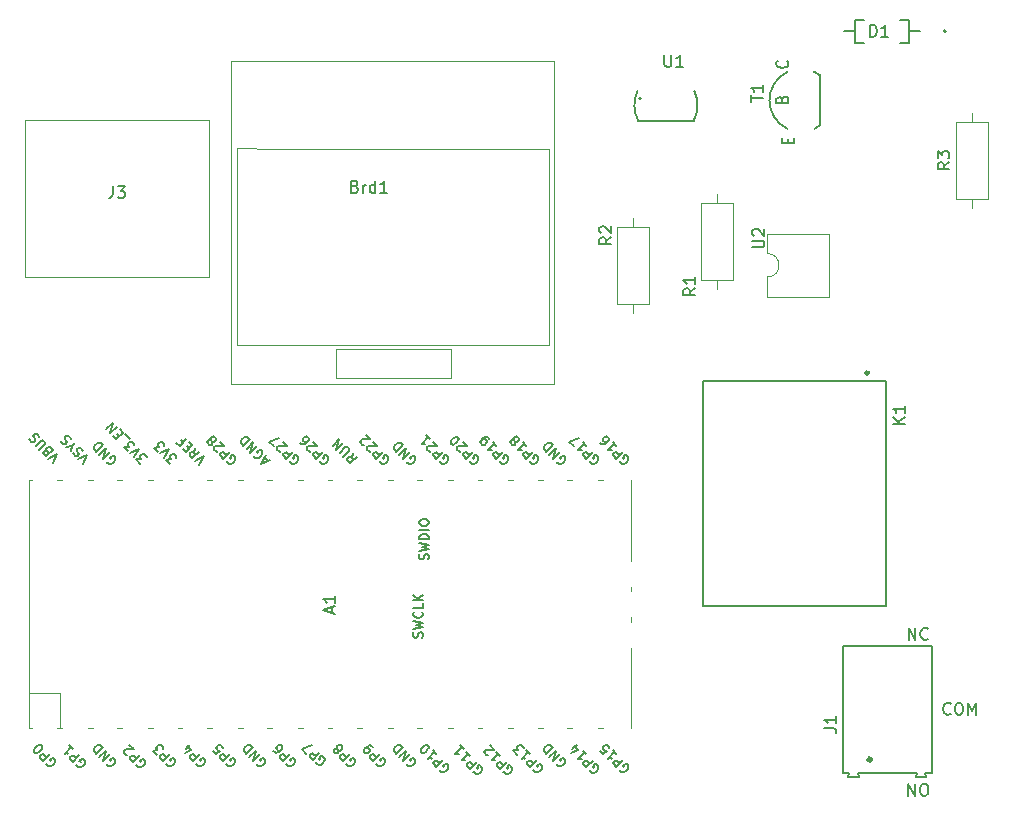
<source format=gto>
%TF.GenerationSoftware,KiCad,Pcbnew,(6.0.11)*%
%TF.CreationDate,2023-04-01T22:46:31+02:00*%
%TF.ProjectId,thermostat,74686572-6d6f-4737-9461-742e6b696361,v01*%
%TF.SameCoordinates,Original*%
%TF.FileFunction,Legend,Top*%
%TF.FilePolarity,Positive*%
%FSLAX46Y46*%
G04 Gerber Fmt 4.6, Leading zero omitted, Abs format (unit mm)*
G04 Created by KiCad (PCBNEW (6.0.11)) date 2023-04-01 22:46:31*
%MOMM*%
%LPD*%
G01*
G04 APERTURE LIST*
%ADD10C,0.150000*%
%ADD11C,0.120000*%
%ADD12C,0.127000*%
%ADD13C,0.200000*%
%ADD14C,0.152400*%
%ADD15C,0.300000*%
%ADD16C,0.400000*%
G04 APERTURE END LIST*
D10*
X103354285Y-85447142D02*
X103306666Y-85494761D01*
X103163809Y-85542380D01*
X103068571Y-85542380D01*
X102925714Y-85494761D01*
X102830476Y-85399523D01*
X102782857Y-85304285D01*
X102735238Y-85113809D01*
X102735238Y-84970952D01*
X102782857Y-84780476D01*
X102830476Y-84685238D01*
X102925714Y-84590000D01*
X103068571Y-84542380D01*
X103163809Y-84542380D01*
X103306666Y-84590000D01*
X103354285Y-84637619D01*
X103973333Y-84542380D02*
X104163809Y-84542380D01*
X104259047Y-84590000D01*
X104354285Y-84685238D01*
X104401904Y-84875714D01*
X104401904Y-85209047D01*
X104354285Y-85399523D01*
X104259047Y-85494761D01*
X104163809Y-85542380D01*
X103973333Y-85542380D01*
X103878095Y-85494761D01*
X103782857Y-85399523D01*
X103735238Y-85209047D01*
X103735238Y-84875714D01*
X103782857Y-84685238D01*
X103878095Y-84590000D01*
X103973333Y-84542380D01*
X104830476Y-85542380D02*
X104830476Y-84542380D01*
X105163809Y-85256666D01*
X105497142Y-84542380D01*
X105497142Y-85542380D01*
X99774476Y-92400380D02*
X99774476Y-91400380D01*
X100345904Y-92400380D01*
X100345904Y-91400380D01*
X101012571Y-91400380D02*
X101203047Y-91400380D01*
X101298285Y-91448000D01*
X101393523Y-91543238D01*
X101441142Y-91733714D01*
X101441142Y-92067047D01*
X101393523Y-92257523D01*
X101298285Y-92352761D01*
X101203047Y-92400380D01*
X101012571Y-92400380D01*
X100917333Y-92352761D01*
X100822095Y-92257523D01*
X100774476Y-92067047D01*
X100774476Y-91733714D01*
X100822095Y-91543238D01*
X100917333Y-91448000D01*
X101012571Y-91400380D01*
X99798285Y-79192380D02*
X99798285Y-78192380D01*
X100369714Y-79192380D01*
X100369714Y-78192380D01*
X101417333Y-79097142D02*
X101369714Y-79144761D01*
X101226857Y-79192380D01*
X101131619Y-79192380D01*
X100988761Y-79144761D01*
X100893523Y-79049523D01*
X100845904Y-78954285D01*
X100798285Y-78763809D01*
X100798285Y-78620952D01*
X100845904Y-78430476D01*
X100893523Y-78335238D01*
X100988761Y-78240000D01*
X101131619Y-78192380D01*
X101226857Y-78192380D01*
X101369714Y-78240000D01*
X101417333Y-78287619D01*
%TO.C,Brd1*%
X52935333Y-40822571D02*
X53078190Y-40870190D01*
X53125809Y-40917809D01*
X53173428Y-41013047D01*
X53173428Y-41155904D01*
X53125809Y-41251142D01*
X53078190Y-41298761D01*
X52982952Y-41346380D01*
X52602000Y-41346380D01*
X52602000Y-40346380D01*
X52935333Y-40346380D01*
X53030571Y-40394000D01*
X53078190Y-40441619D01*
X53125809Y-40536857D01*
X53125809Y-40632095D01*
X53078190Y-40727333D01*
X53030571Y-40774952D01*
X52935333Y-40822571D01*
X52602000Y-40822571D01*
X53602000Y-41346380D02*
X53602000Y-40679714D01*
X53602000Y-40870190D02*
X53649619Y-40774952D01*
X53697238Y-40727333D01*
X53792476Y-40679714D01*
X53887714Y-40679714D01*
X54649619Y-41346380D02*
X54649619Y-40346380D01*
X54649619Y-41298761D02*
X54554380Y-41346380D01*
X54363904Y-41346380D01*
X54268666Y-41298761D01*
X54221047Y-41251142D01*
X54173428Y-41155904D01*
X54173428Y-40870190D01*
X54221047Y-40774952D01*
X54268666Y-40727333D01*
X54363904Y-40679714D01*
X54554380Y-40679714D01*
X54649619Y-40727333D01*
X55649619Y-41346380D02*
X55078190Y-41346380D01*
X55363904Y-41346380D02*
X55363904Y-40346380D01*
X55268666Y-40489238D01*
X55173428Y-40584476D01*
X55078190Y-40632095D01*
%TO.C,D1*%
X96543829Y-28138427D02*
X96543829Y-27138325D01*
X96781949Y-27138325D01*
X96924820Y-27185949D01*
X97020068Y-27281196D01*
X97067692Y-27376444D01*
X97115316Y-27566940D01*
X97115316Y-27709811D01*
X97067692Y-27900307D01*
X97020068Y-27995555D01*
X96924820Y-28090803D01*
X96781949Y-28138427D01*
X96543829Y-28138427D01*
X98067794Y-28138427D02*
X97496307Y-28138427D01*
X97782051Y-28138427D02*
X97782051Y-27138325D01*
X97686803Y-27281196D01*
X97591555Y-27376444D01*
X97496307Y-27424068D01*
%TO.C,T1*%
X86441309Y-33655086D02*
X86441309Y-33082839D01*
X87442742Y-33368962D02*
X86441309Y-33368962D01*
X87442742Y-32224468D02*
X87442742Y-32796715D01*
X87442742Y-32510591D02*
X86441309Y-32510591D01*
X86584371Y-32605966D01*
X86679745Y-32701340D01*
X86727432Y-32796715D01*
X89082450Y-33456457D02*
X89130145Y-33313373D01*
X89177840Y-33265678D01*
X89273230Y-33217983D01*
X89416314Y-33217983D01*
X89511704Y-33265678D01*
X89559398Y-33313373D01*
X89607093Y-33408762D01*
X89607093Y-33790321D01*
X88605502Y-33790321D01*
X88605502Y-33456457D01*
X88653197Y-33361068D01*
X88700892Y-33313373D01*
X88796281Y-33265678D01*
X88891671Y-33265678D01*
X88987061Y-33313373D01*
X89034755Y-33361068D01*
X89082450Y-33456457D01*
X89082450Y-33790321D01*
X89589355Y-37175323D02*
X89589355Y-36841620D01*
X90113746Y-36698604D02*
X90113746Y-37175323D01*
X89112636Y-37175323D01*
X89112636Y-36698604D01*
X89511338Y-30170300D02*
X89558984Y-30217946D01*
X89606630Y-30360884D01*
X89606630Y-30456176D01*
X89558984Y-30599115D01*
X89463692Y-30694407D01*
X89368400Y-30742053D01*
X89177816Y-30789699D01*
X89034877Y-30789699D01*
X88844293Y-30742053D01*
X88749001Y-30694407D01*
X88653709Y-30599115D01*
X88606063Y-30456176D01*
X88606063Y-30360884D01*
X88653709Y-30217946D01*
X88701355Y-30170300D01*
%TO.C,R2*%
X74620380Y-45124666D02*
X74144190Y-45458000D01*
X74620380Y-45696095D02*
X73620380Y-45696095D01*
X73620380Y-45315142D01*
X73668000Y-45219904D01*
X73715619Y-45172285D01*
X73810857Y-45124666D01*
X73953714Y-45124666D01*
X74048952Y-45172285D01*
X74096571Y-45219904D01*
X74144190Y-45315142D01*
X74144190Y-45696095D01*
X73715619Y-44743714D02*
X73668000Y-44696095D01*
X73620380Y-44600857D01*
X73620380Y-44362761D01*
X73668000Y-44267523D01*
X73715619Y-44219904D01*
X73810857Y-44172285D01*
X73906095Y-44172285D01*
X74048952Y-44219904D01*
X74620380Y-44791333D01*
X74620380Y-44172285D01*
%TO.C,U1*%
X79120868Y-29679877D02*
X79120868Y-30490847D01*
X79168572Y-30586256D01*
X79216277Y-30633960D01*
X79311685Y-30681664D01*
X79502501Y-30681664D01*
X79597910Y-30633960D01*
X79645614Y-30586256D01*
X79693318Y-30490847D01*
X79693318Y-29679877D01*
X80695105Y-30681664D02*
X80122655Y-30681664D01*
X80408880Y-30681664D02*
X80408880Y-29679877D01*
X80313472Y-29822989D01*
X80218064Y-29918398D01*
X80122655Y-29966102D01*
%TO.C,U2*%
X86574380Y-45973904D02*
X87383904Y-45973904D01*
X87479142Y-45926285D01*
X87526761Y-45878666D01*
X87574380Y-45783428D01*
X87574380Y-45592952D01*
X87526761Y-45497714D01*
X87479142Y-45450095D01*
X87383904Y-45402476D01*
X86574380Y-45402476D01*
X86669619Y-44973904D02*
X86622000Y-44926285D01*
X86574380Y-44831047D01*
X86574380Y-44592952D01*
X86622000Y-44497714D01*
X86669619Y-44450095D01*
X86764857Y-44402476D01*
X86860095Y-44402476D01*
X87002952Y-44450095D01*
X87574380Y-45021523D01*
X87574380Y-44402476D01*
%TO.C,K1*%
X99458263Y-60914534D02*
X98458169Y-60914534D01*
X99458263Y-60343052D02*
X98886781Y-60771664D01*
X98458169Y-60343052D02*
X99029651Y-60914534D01*
X99458263Y-59390581D02*
X99458263Y-59962064D01*
X99458263Y-59676323D02*
X98458169Y-59676323D01*
X98601040Y-59771570D01*
X98696287Y-59866817D01*
X98743910Y-59962064D01*
%TO.C,J3*%
X32432666Y-40782380D02*
X32432666Y-41496666D01*
X32385047Y-41639523D01*
X32289809Y-41734761D01*
X32146952Y-41782380D01*
X32051714Y-41782380D01*
X32813619Y-40782380D02*
X33432666Y-40782380D01*
X33099333Y-41163333D01*
X33242190Y-41163333D01*
X33337428Y-41210952D01*
X33385047Y-41258571D01*
X33432666Y-41353809D01*
X33432666Y-41591904D01*
X33385047Y-41687142D01*
X33337428Y-41734761D01*
X33242190Y-41782380D01*
X32956476Y-41782380D01*
X32861238Y-41734761D01*
X32813619Y-41687142D01*
%TO.C,R1*%
X81732380Y-49442666D02*
X81256190Y-49776000D01*
X81732380Y-50014095D02*
X80732380Y-50014095D01*
X80732380Y-49633142D01*
X80780000Y-49537904D01*
X80827619Y-49490285D01*
X80922857Y-49442666D01*
X81065714Y-49442666D01*
X81160952Y-49490285D01*
X81208571Y-49537904D01*
X81256190Y-49633142D01*
X81256190Y-50014095D01*
X81732380Y-48490285D02*
X81732380Y-49061714D01*
X81732380Y-48776000D02*
X80732380Y-48776000D01*
X80875238Y-48871238D01*
X80970476Y-48966476D01*
X81018095Y-49061714D01*
%TO.C,R3*%
X103238380Y-38774666D02*
X102762190Y-39108000D01*
X103238380Y-39346095D02*
X102238380Y-39346095D01*
X102238380Y-38965142D01*
X102286000Y-38869904D01*
X102333619Y-38822285D01*
X102428857Y-38774666D01*
X102571714Y-38774666D01*
X102666952Y-38822285D01*
X102714571Y-38869904D01*
X102762190Y-38965142D01*
X102762190Y-39346095D01*
X102238380Y-38441333D02*
X102238380Y-37822285D01*
X102619333Y-38155619D01*
X102619333Y-38012761D01*
X102666952Y-37917523D01*
X102714571Y-37869904D01*
X102809809Y-37822285D01*
X103047904Y-37822285D01*
X103143142Y-37869904D01*
X103190761Y-37917523D01*
X103238380Y-38012761D01*
X103238380Y-38298476D01*
X103190761Y-38393714D01*
X103143142Y-38441333D01*
%TO.C,J1*%
X92670380Y-86693333D02*
X93384666Y-86693333D01*
X93527523Y-86740952D01*
X93622761Y-86836190D01*
X93670380Y-86979047D01*
X93670380Y-87074285D01*
X93670380Y-85693333D02*
X93670380Y-86264761D01*
X93670380Y-85979047D02*
X92670380Y-85979047D01*
X92813238Y-86074285D01*
X92908476Y-86169523D01*
X92956095Y-86264761D01*
%TO.C,A1*%
X50966666Y-76914285D02*
X50966666Y-76438095D01*
X51252380Y-77009523D02*
X50252380Y-76676190D01*
X51252380Y-76342857D01*
X51252380Y-75485714D02*
X51252380Y-76057142D01*
X51252380Y-75771428D02*
X50252380Y-75771428D01*
X50395238Y-75866666D01*
X50490476Y-75961904D01*
X50538095Y-76057142D01*
X36951218Y-89686903D02*
X36978155Y-89767715D01*
X37058967Y-89848528D01*
X37166717Y-89902402D01*
X37274467Y-89902402D01*
X37355279Y-89875465D01*
X37489966Y-89794653D01*
X37570778Y-89713841D01*
X37651590Y-89579154D01*
X37678528Y-89498341D01*
X37678528Y-89390592D01*
X37624653Y-89282842D01*
X37570778Y-89228967D01*
X37463028Y-89175093D01*
X37409154Y-89175093D01*
X37220592Y-89363654D01*
X37328341Y-89471404D01*
X37220592Y-88878781D02*
X36654906Y-89444467D01*
X36439407Y-89228967D01*
X36412470Y-89148155D01*
X36412470Y-89094280D01*
X36439407Y-89013468D01*
X36520219Y-88932656D01*
X36601032Y-88905719D01*
X36654906Y-88905719D01*
X36735719Y-88932656D01*
X36951218Y-89148155D01*
X36143096Y-88932656D02*
X35792910Y-88582470D01*
X36196971Y-88555532D01*
X36116158Y-88474720D01*
X36089221Y-88393908D01*
X36089221Y-88340033D01*
X36116158Y-88259221D01*
X36250845Y-88124534D01*
X36331658Y-88097597D01*
X36385532Y-88097597D01*
X36466345Y-88124534D01*
X36627969Y-88286158D01*
X36654906Y-88366971D01*
X36654906Y-88420845D01*
X27327309Y-64246870D02*
X27704433Y-63492622D01*
X26950186Y-63869746D01*
X26842436Y-63223248D02*
X26788561Y-63115499D01*
X26788561Y-63061624D01*
X26815499Y-62980812D01*
X26896311Y-62900000D01*
X26977123Y-62873062D01*
X27030998Y-62873062D01*
X27111810Y-62900000D01*
X27327309Y-63115499D01*
X26761624Y-63681184D01*
X26573062Y-63492622D01*
X26546125Y-63411810D01*
X26546125Y-63357935D01*
X26573062Y-63277123D01*
X26626937Y-63223248D01*
X26707749Y-63196311D01*
X26761624Y-63196311D01*
X26842436Y-63223248D01*
X27030998Y-63411810D01*
X26195938Y-63115499D02*
X26653874Y-62657563D01*
X26680812Y-62576751D01*
X26680812Y-62522876D01*
X26653874Y-62442064D01*
X26546125Y-62334314D01*
X26465312Y-62307377D01*
X26411438Y-62307377D01*
X26330625Y-62334314D01*
X25872690Y-62792250D01*
X26169001Y-62011065D02*
X26115126Y-61903316D01*
X25980439Y-61768629D01*
X25899627Y-61741691D01*
X25845752Y-61741691D01*
X25764940Y-61768629D01*
X25711065Y-61822503D01*
X25684128Y-61903316D01*
X25684128Y-61957190D01*
X25711065Y-62038003D01*
X25791877Y-62172690D01*
X25818815Y-62253502D01*
X25818815Y-62307377D01*
X25791877Y-62388189D01*
X25738003Y-62442064D01*
X25657190Y-62469001D01*
X25603316Y-62469001D01*
X25522503Y-62442064D01*
X25387816Y-62307377D01*
X25333942Y-62199627D01*
X47111218Y-89686903D02*
X47138155Y-89767715D01*
X47218967Y-89848528D01*
X47326717Y-89902402D01*
X47434467Y-89902402D01*
X47515279Y-89875465D01*
X47649966Y-89794653D01*
X47730778Y-89713841D01*
X47811590Y-89579154D01*
X47838528Y-89498341D01*
X47838528Y-89390592D01*
X47784653Y-89282842D01*
X47730778Y-89228967D01*
X47623028Y-89175093D01*
X47569154Y-89175093D01*
X47380592Y-89363654D01*
X47488341Y-89471404D01*
X47380592Y-88878781D02*
X46814906Y-89444467D01*
X46599407Y-89228967D01*
X46572470Y-89148155D01*
X46572470Y-89094280D01*
X46599407Y-89013468D01*
X46680219Y-88932656D01*
X46761032Y-88905719D01*
X46814906Y-88905719D01*
X46895719Y-88932656D01*
X47111218Y-89148155D01*
X46006784Y-88636345D02*
X46114534Y-88744094D01*
X46195346Y-88771032D01*
X46249221Y-88771032D01*
X46383908Y-88744094D01*
X46518595Y-88663282D01*
X46734094Y-88447783D01*
X46761032Y-88366971D01*
X46761032Y-88313096D01*
X46734094Y-88232284D01*
X46626345Y-88124534D01*
X46545532Y-88097597D01*
X46491658Y-88097597D01*
X46410845Y-88124534D01*
X46276158Y-88259221D01*
X46249221Y-88340033D01*
X46249221Y-88393908D01*
X46276158Y-88474720D01*
X46383908Y-88582470D01*
X46464720Y-88609407D01*
X46518595Y-88609407D01*
X46599407Y-88582470D01*
X31898155Y-64113841D02*
X31925093Y-64194653D01*
X32005905Y-64275465D01*
X32113654Y-64329340D01*
X32221404Y-64329340D01*
X32302216Y-64302402D01*
X32436903Y-64221590D01*
X32517715Y-64140778D01*
X32598528Y-64006091D01*
X32625465Y-63925279D01*
X32625465Y-63817529D01*
X32571590Y-63709780D01*
X32517715Y-63655905D01*
X32409966Y-63602030D01*
X32356091Y-63602030D01*
X32167529Y-63790592D01*
X32275279Y-63898341D01*
X32167529Y-63305719D02*
X31601844Y-63871404D01*
X31844280Y-62982470D01*
X31278595Y-63548155D01*
X31574906Y-62713096D02*
X31009221Y-63278781D01*
X30874534Y-63144094D01*
X30820659Y-63036345D01*
X30820659Y-62928595D01*
X30847597Y-62847783D01*
X30928409Y-62713096D01*
X31009221Y-62632284D01*
X31143908Y-62551471D01*
X31224720Y-62524534D01*
X31332470Y-62524534D01*
X31440219Y-62578409D01*
X31574906Y-62713096D01*
X49621218Y-89586903D02*
X49648155Y-89667715D01*
X49728967Y-89748528D01*
X49836717Y-89802402D01*
X49944467Y-89802402D01*
X50025279Y-89775465D01*
X50159966Y-89694653D01*
X50240778Y-89613841D01*
X50321590Y-89479154D01*
X50348528Y-89398341D01*
X50348528Y-89290592D01*
X50294653Y-89182842D01*
X50240778Y-89128967D01*
X50133028Y-89075093D01*
X50079154Y-89075093D01*
X49890592Y-89263654D01*
X49998341Y-89371404D01*
X49890592Y-88778781D02*
X49324906Y-89344467D01*
X49109407Y-89128967D01*
X49082470Y-89048155D01*
X49082470Y-88994280D01*
X49109407Y-88913468D01*
X49190219Y-88832656D01*
X49271032Y-88805719D01*
X49324906Y-88805719D01*
X49405719Y-88832656D01*
X49621218Y-89048155D01*
X48813096Y-88832656D02*
X48435972Y-88455532D01*
X49244094Y-88132284D01*
X57298155Y-64113841D02*
X57325093Y-64194653D01*
X57405905Y-64275465D01*
X57513654Y-64329340D01*
X57621404Y-64329340D01*
X57702216Y-64302402D01*
X57836903Y-64221590D01*
X57917715Y-64140778D01*
X57998528Y-64006091D01*
X58025465Y-63925279D01*
X58025465Y-63817529D01*
X57971590Y-63709780D01*
X57917715Y-63655905D01*
X57809966Y-63602030D01*
X57756091Y-63602030D01*
X57567529Y-63790592D01*
X57675279Y-63898341D01*
X57567529Y-63305719D02*
X57001844Y-63871404D01*
X57244280Y-62982470D01*
X56678595Y-63548155D01*
X56974906Y-62713096D02*
X56409221Y-63278781D01*
X56274534Y-63144094D01*
X56220659Y-63036345D01*
X56220659Y-62928595D01*
X56247597Y-62847783D01*
X56328409Y-62713096D01*
X56409221Y-62632284D01*
X56543908Y-62551471D01*
X56624720Y-62524534D01*
X56732470Y-62524534D01*
X56840219Y-62578409D01*
X56974906Y-62713096D01*
X55000592Y-64102277D02*
X55027529Y-64183089D01*
X55108341Y-64263902D01*
X55216091Y-64317776D01*
X55323841Y-64317776D01*
X55404653Y-64290839D01*
X55539340Y-64210027D01*
X55620152Y-64129215D01*
X55700964Y-63994528D01*
X55727902Y-63913715D01*
X55727902Y-63805966D01*
X55674027Y-63698216D01*
X55620152Y-63644341D01*
X55512402Y-63590467D01*
X55458528Y-63590467D01*
X55269966Y-63779028D01*
X55377715Y-63886778D01*
X55269966Y-63294155D02*
X54704280Y-63859841D01*
X54488781Y-63644341D01*
X54461844Y-63563529D01*
X54461844Y-63509654D01*
X54488781Y-63428842D01*
X54569593Y-63348030D01*
X54650406Y-63321093D01*
X54704280Y-63321093D01*
X54785093Y-63348030D01*
X55000592Y-63563529D01*
X54219407Y-63267218D02*
X54165532Y-63267218D01*
X54084720Y-63240280D01*
X53950033Y-63105593D01*
X53923096Y-63024781D01*
X53923096Y-62970906D01*
X53950033Y-62890094D01*
X54003908Y-62836219D01*
X54111658Y-62782345D01*
X54758155Y-62782345D01*
X54407969Y-62432158D01*
X53680659Y-62728470D02*
X53626784Y-62728470D01*
X53545972Y-62701532D01*
X53411285Y-62566845D01*
X53384348Y-62486033D01*
X53384348Y-62432158D01*
X53411285Y-62351346D01*
X53465160Y-62297471D01*
X53572910Y-62243597D01*
X54219407Y-62243597D01*
X53869221Y-61893410D01*
X69998155Y-89713841D02*
X70025093Y-89794653D01*
X70105905Y-89875465D01*
X70213654Y-89929340D01*
X70321404Y-89929340D01*
X70402216Y-89902402D01*
X70536903Y-89821590D01*
X70617715Y-89740778D01*
X70698528Y-89606091D01*
X70725465Y-89525279D01*
X70725465Y-89417529D01*
X70671590Y-89309780D01*
X70617715Y-89255905D01*
X70509966Y-89202030D01*
X70456091Y-89202030D01*
X70267529Y-89390592D01*
X70375279Y-89498341D01*
X70267529Y-88905719D02*
X69701844Y-89471404D01*
X69944280Y-88582470D01*
X69378595Y-89148155D01*
X69674906Y-88313096D02*
X69109221Y-88878781D01*
X68974534Y-88744094D01*
X68920659Y-88636345D01*
X68920659Y-88528595D01*
X68947597Y-88447783D01*
X69028409Y-88313096D01*
X69109221Y-88232284D01*
X69243908Y-88151471D01*
X69324720Y-88124534D01*
X69432470Y-88124534D01*
X69540219Y-88178409D01*
X69674906Y-88313096D01*
X42046592Y-64102277D02*
X42073529Y-64183089D01*
X42154341Y-64263902D01*
X42262091Y-64317776D01*
X42369841Y-64317776D01*
X42450653Y-64290839D01*
X42585340Y-64210027D01*
X42666152Y-64129215D01*
X42746964Y-63994528D01*
X42773902Y-63913715D01*
X42773902Y-63805966D01*
X42720027Y-63698216D01*
X42666152Y-63644341D01*
X42558402Y-63590467D01*
X42504528Y-63590467D01*
X42315966Y-63779028D01*
X42423715Y-63886778D01*
X42315966Y-63294155D02*
X41750280Y-63859841D01*
X41534781Y-63644341D01*
X41507844Y-63563529D01*
X41507844Y-63509654D01*
X41534781Y-63428842D01*
X41615593Y-63348030D01*
X41696406Y-63321093D01*
X41750280Y-63321093D01*
X41831093Y-63348030D01*
X42046592Y-63563529D01*
X41265407Y-63267218D02*
X41211532Y-63267218D01*
X41130720Y-63240280D01*
X40996033Y-63105593D01*
X40969096Y-63024781D01*
X40969096Y-62970906D01*
X40996033Y-62890094D01*
X41049908Y-62836219D01*
X41157658Y-62782345D01*
X41804155Y-62782345D01*
X41453969Y-62432158D01*
X40807471Y-62432158D02*
X40834409Y-62512971D01*
X40834409Y-62566845D01*
X40807471Y-62647658D01*
X40780534Y-62674595D01*
X40699722Y-62701532D01*
X40645847Y-62701532D01*
X40565035Y-62674595D01*
X40457285Y-62566845D01*
X40430348Y-62486033D01*
X40430348Y-62432158D01*
X40457285Y-62351346D01*
X40484223Y-62324409D01*
X40565035Y-62297471D01*
X40618910Y-62297471D01*
X40699722Y-62324409D01*
X40807471Y-62432158D01*
X40888284Y-62459096D01*
X40942158Y-62459096D01*
X41022971Y-62432158D01*
X41130720Y-62324409D01*
X41157658Y-62243597D01*
X41157658Y-62189722D01*
X41130720Y-62108910D01*
X41022971Y-62001160D01*
X40942158Y-61974223D01*
X40888284Y-61974223D01*
X40807471Y-62001160D01*
X40699722Y-62108910D01*
X40672784Y-62189722D01*
X40672784Y-62243597D01*
X40699722Y-62324409D01*
X37290592Y-64310152D02*
X36940406Y-63959966D01*
X37344467Y-63933028D01*
X37263654Y-63852216D01*
X37236717Y-63771404D01*
X37236717Y-63717529D01*
X37263654Y-63636717D01*
X37398341Y-63502030D01*
X37479154Y-63475093D01*
X37533028Y-63475093D01*
X37613841Y-63502030D01*
X37775465Y-63663654D01*
X37802402Y-63744467D01*
X37802402Y-63798341D01*
X36778781Y-63798341D02*
X37155905Y-63044094D01*
X36401658Y-63421218D01*
X36266971Y-63286531D02*
X35916784Y-62936345D01*
X36320845Y-62909407D01*
X36240033Y-62828595D01*
X36213096Y-62747783D01*
X36213096Y-62693908D01*
X36240033Y-62613096D01*
X36374720Y-62478409D01*
X36455532Y-62451471D01*
X36509407Y-62451471D01*
X36590219Y-62478409D01*
X36751844Y-62640033D01*
X36778781Y-62720845D01*
X36778781Y-62774720D01*
X49920592Y-64102277D02*
X49947529Y-64183089D01*
X50028341Y-64263902D01*
X50136091Y-64317776D01*
X50243841Y-64317776D01*
X50324653Y-64290839D01*
X50459340Y-64210027D01*
X50540152Y-64129215D01*
X50620964Y-63994528D01*
X50647902Y-63913715D01*
X50647902Y-63805966D01*
X50594027Y-63698216D01*
X50540152Y-63644341D01*
X50432402Y-63590467D01*
X50378528Y-63590467D01*
X50189966Y-63779028D01*
X50297715Y-63886778D01*
X50189966Y-63294155D02*
X49624280Y-63859841D01*
X49408781Y-63644341D01*
X49381844Y-63563529D01*
X49381844Y-63509654D01*
X49408781Y-63428842D01*
X49489593Y-63348030D01*
X49570406Y-63321093D01*
X49624280Y-63321093D01*
X49705093Y-63348030D01*
X49920592Y-63563529D01*
X49139407Y-63267218D02*
X49085532Y-63267218D01*
X49004720Y-63240280D01*
X48870033Y-63105593D01*
X48843096Y-63024781D01*
X48843096Y-62970906D01*
X48870033Y-62890094D01*
X48923908Y-62836219D01*
X49031658Y-62782345D01*
X49678155Y-62782345D01*
X49327969Y-62432158D01*
X48277410Y-62512971D02*
X48385160Y-62620720D01*
X48465972Y-62647658D01*
X48519847Y-62647658D01*
X48654534Y-62620720D01*
X48789221Y-62539908D01*
X49004720Y-62324409D01*
X49031658Y-62243597D01*
X49031658Y-62189722D01*
X49004720Y-62108910D01*
X48896971Y-62001160D01*
X48816158Y-61974223D01*
X48762284Y-61974223D01*
X48681471Y-62001160D01*
X48546784Y-62135847D01*
X48519847Y-62216659D01*
X48519847Y-62270534D01*
X48546784Y-62351346D01*
X48654534Y-62459096D01*
X48735346Y-62486033D01*
X48789221Y-62486033D01*
X48870033Y-62459096D01*
X69998155Y-64113841D02*
X70025093Y-64194653D01*
X70105905Y-64275465D01*
X70213654Y-64329340D01*
X70321404Y-64329340D01*
X70402216Y-64302402D01*
X70536903Y-64221590D01*
X70617715Y-64140778D01*
X70698528Y-64006091D01*
X70725465Y-63925279D01*
X70725465Y-63817529D01*
X70671590Y-63709780D01*
X70617715Y-63655905D01*
X70509966Y-63602030D01*
X70456091Y-63602030D01*
X70267529Y-63790592D01*
X70375279Y-63898341D01*
X70267529Y-63305719D02*
X69701844Y-63871404D01*
X69944280Y-62982470D01*
X69378595Y-63548155D01*
X69674906Y-62713096D02*
X69109221Y-63278781D01*
X68974534Y-63144094D01*
X68920659Y-63036345D01*
X68920659Y-62928595D01*
X68947597Y-62847783D01*
X69028409Y-62713096D01*
X69109221Y-62632284D01*
X69243908Y-62551471D01*
X69324720Y-62524534D01*
X69432470Y-62524534D01*
X69540219Y-62578409D01*
X69674906Y-62713096D01*
X52191218Y-89686903D02*
X52218155Y-89767715D01*
X52298967Y-89848528D01*
X52406717Y-89902402D01*
X52514467Y-89902402D01*
X52595279Y-89875465D01*
X52729966Y-89794653D01*
X52810778Y-89713841D01*
X52891590Y-89579154D01*
X52918528Y-89498341D01*
X52918528Y-89390592D01*
X52864653Y-89282842D01*
X52810778Y-89228967D01*
X52703028Y-89175093D01*
X52649154Y-89175093D01*
X52460592Y-89363654D01*
X52568341Y-89471404D01*
X52460592Y-88878781D02*
X51894906Y-89444467D01*
X51679407Y-89228967D01*
X51652470Y-89148155D01*
X51652470Y-89094280D01*
X51679407Y-89013468D01*
X51760219Y-88932656D01*
X51841032Y-88905719D01*
X51894906Y-88905719D01*
X51975719Y-88932656D01*
X52191218Y-89148155D01*
X51490845Y-88555532D02*
X51517783Y-88636345D01*
X51517783Y-88690219D01*
X51490845Y-88771032D01*
X51463908Y-88797969D01*
X51383096Y-88824906D01*
X51329221Y-88824906D01*
X51248409Y-88797969D01*
X51140659Y-88690219D01*
X51113722Y-88609407D01*
X51113722Y-88555532D01*
X51140659Y-88474720D01*
X51167597Y-88447783D01*
X51248409Y-88420845D01*
X51302284Y-88420845D01*
X51383096Y-88447783D01*
X51490845Y-88555532D01*
X51571658Y-88582470D01*
X51625532Y-88582470D01*
X51706345Y-88555532D01*
X51814094Y-88447783D01*
X51841032Y-88366971D01*
X51841032Y-88313096D01*
X51814094Y-88232284D01*
X51706345Y-88124534D01*
X51625532Y-88097597D01*
X51571658Y-88097597D01*
X51490845Y-88124534D01*
X51383096Y-88232284D01*
X51356158Y-88313096D01*
X51356158Y-88366971D01*
X51383096Y-88447783D01*
X60090592Y-64102277D02*
X60117529Y-64183089D01*
X60198341Y-64263902D01*
X60306091Y-64317776D01*
X60413841Y-64317776D01*
X60494653Y-64290839D01*
X60629340Y-64210027D01*
X60710152Y-64129215D01*
X60790964Y-63994528D01*
X60817902Y-63913715D01*
X60817902Y-63805966D01*
X60764027Y-63698216D01*
X60710152Y-63644341D01*
X60602402Y-63590467D01*
X60548528Y-63590467D01*
X60359966Y-63779028D01*
X60467715Y-63886778D01*
X60359966Y-63294155D02*
X59794280Y-63859841D01*
X59578781Y-63644341D01*
X59551844Y-63563529D01*
X59551844Y-63509654D01*
X59578781Y-63428842D01*
X59659593Y-63348030D01*
X59740406Y-63321093D01*
X59794280Y-63321093D01*
X59875093Y-63348030D01*
X60090592Y-63563529D01*
X59309407Y-63267218D02*
X59255532Y-63267218D01*
X59174720Y-63240280D01*
X59040033Y-63105593D01*
X59013096Y-63024781D01*
X59013096Y-62970906D01*
X59040033Y-62890094D01*
X59093908Y-62836219D01*
X59201658Y-62782345D01*
X59848155Y-62782345D01*
X59497969Y-62432158D01*
X58959221Y-61893410D02*
X59282470Y-62216659D01*
X59120845Y-62055035D02*
X58555160Y-62620720D01*
X58689847Y-62593783D01*
X58797597Y-62593783D01*
X58878409Y-62620720D01*
X67700592Y-64102277D02*
X67727529Y-64183089D01*
X67808341Y-64263902D01*
X67916091Y-64317776D01*
X68023841Y-64317776D01*
X68104653Y-64290839D01*
X68239340Y-64210027D01*
X68320152Y-64129215D01*
X68400964Y-63994528D01*
X68427902Y-63913715D01*
X68427902Y-63805966D01*
X68374027Y-63698216D01*
X68320152Y-63644341D01*
X68212402Y-63590467D01*
X68158528Y-63590467D01*
X67969966Y-63779028D01*
X68077715Y-63886778D01*
X67969966Y-63294155D02*
X67404280Y-63859841D01*
X67188781Y-63644341D01*
X67161844Y-63563529D01*
X67161844Y-63509654D01*
X67188781Y-63428842D01*
X67269593Y-63348030D01*
X67350406Y-63321093D01*
X67404280Y-63321093D01*
X67485093Y-63348030D01*
X67700592Y-63563529D01*
X67107969Y-62432158D02*
X67431218Y-62755407D01*
X67269593Y-62593783D02*
X66703908Y-63159468D01*
X66838595Y-63132531D01*
X66946345Y-63132531D01*
X67027157Y-63159468D01*
X66461471Y-62432158D02*
X66488409Y-62512971D01*
X66488409Y-62566845D01*
X66461471Y-62647658D01*
X66434534Y-62674595D01*
X66353722Y-62701532D01*
X66299847Y-62701532D01*
X66219035Y-62674595D01*
X66111285Y-62566845D01*
X66084348Y-62486033D01*
X66084348Y-62432158D01*
X66111285Y-62351346D01*
X66138223Y-62324409D01*
X66219035Y-62297471D01*
X66272910Y-62297471D01*
X66353722Y-62324409D01*
X66461471Y-62432158D01*
X66542284Y-62459096D01*
X66596158Y-62459096D01*
X66676971Y-62432158D01*
X66784720Y-62324409D01*
X66811658Y-62243597D01*
X66811658Y-62189722D01*
X66784720Y-62108910D01*
X66676971Y-62001160D01*
X66596158Y-61974223D01*
X66542284Y-61974223D01*
X66461471Y-62001160D01*
X66353722Y-62108910D01*
X66326784Y-62189722D01*
X66326784Y-62243597D01*
X66353722Y-62324409D01*
X39491218Y-89686903D02*
X39518155Y-89767715D01*
X39598967Y-89848528D01*
X39706717Y-89902402D01*
X39814467Y-89902402D01*
X39895279Y-89875465D01*
X40029966Y-89794653D01*
X40110778Y-89713841D01*
X40191590Y-89579154D01*
X40218528Y-89498341D01*
X40218528Y-89390592D01*
X40164653Y-89282842D01*
X40110778Y-89228967D01*
X40003028Y-89175093D01*
X39949154Y-89175093D01*
X39760592Y-89363654D01*
X39868341Y-89471404D01*
X39760592Y-88878781D02*
X39194906Y-89444467D01*
X38979407Y-89228967D01*
X38952470Y-89148155D01*
X38952470Y-89094280D01*
X38979407Y-89013468D01*
X39060219Y-88932656D01*
X39141032Y-88905719D01*
X39194906Y-88905719D01*
X39275719Y-88932656D01*
X39491218Y-89148155D01*
X38575346Y-88447783D02*
X38952470Y-88070659D01*
X38494534Y-88797969D02*
X39033282Y-88528595D01*
X38683096Y-88178409D01*
X34758308Y-64277868D02*
X34408122Y-63927682D01*
X34812183Y-63900744D01*
X34731370Y-63819932D01*
X34704433Y-63739120D01*
X34704433Y-63685245D01*
X34731370Y-63604433D01*
X34866057Y-63469746D01*
X34946870Y-63442809D01*
X35000744Y-63442809D01*
X35081557Y-63469746D01*
X35243181Y-63631370D01*
X35270118Y-63712183D01*
X35270118Y-63766057D01*
X34246497Y-63766057D02*
X34623621Y-63011810D01*
X33869374Y-63388934D01*
X33734687Y-63254247D02*
X33384500Y-62904061D01*
X33788561Y-62877123D01*
X33707749Y-62796311D01*
X33680812Y-62715499D01*
X33680812Y-62661624D01*
X33707749Y-62580812D01*
X33842436Y-62446125D01*
X33923248Y-62419187D01*
X33977123Y-62419187D01*
X34057935Y-62446125D01*
X34219560Y-62607749D01*
X34246497Y-62688561D01*
X34246497Y-62742436D01*
X33896311Y-62176751D02*
X33465312Y-61745752D01*
X32980439Y-61961251D02*
X32791877Y-61772690D01*
X33007377Y-61395566D02*
X33276751Y-61664940D01*
X32711065Y-62230625D01*
X32441691Y-61961251D01*
X32764940Y-61153129D02*
X32199255Y-61718815D01*
X32441691Y-60829881D01*
X31876006Y-61395566D01*
X57298155Y-89713841D02*
X57325093Y-89794653D01*
X57405905Y-89875465D01*
X57513654Y-89929340D01*
X57621404Y-89929340D01*
X57702216Y-89902402D01*
X57836903Y-89821590D01*
X57917715Y-89740778D01*
X57998528Y-89606091D01*
X58025465Y-89525279D01*
X58025465Y-89417529D01*
X57971590Y-89309780D01*
X57917715Y-89255905D01*
X57809966Y-89202030D01*
X57756091Y-89202030D01*
X57567529Y-89390592D01*
X57675279Y-89498341D01*
X57567529Y-88905719D02*
X57001844Y-89471404D01*
X57244280Y-88582470D01*
X56678595Y-89148155D01*
X56974906Y-88313096D02*
X56409221Y-88878781D01*
X56274534Y-88744094D01*
X56220659Y-88636345D01*
X56220659Y-88528595D01*
X56247597Y-88447783D01*
X56328409Y-88313096D01*
X56409221Y-88232284D01*
X56543908Y-88151471D01*
X56624720Y-88124534D01*
X56732470Y-88124534D01*
X56840219Y-88178409D01*
X56974906Y-88313096D01*
X68023092Y-90210277D02*
X68050029Y-90291089D01*
X68130841Y-90371902D01*
X68238591Y-90425776D01*
X68346341Y-90425776D01*
X68427153Y-90398839D01*
X68561840Y-90318027D01*
X68642652Y-90237215D01*
X68723464Y-90102528D01*
X68750402Y-90021715D01*
X68750402Y-89913966D01*
X68696527Y-89806216D01*
X68642652Y-89752341D01*
X68534902Y-89698467D01*
X68481028Y-89698467D01*
X68292466Y-89887028D01*
X68400215Y-89994778D01*
X68292466Y-89402155D02*
X67726780Y-89967841D01*
X67511281Y-89752341D01*
X67484344Y-89671529D01*
X67484344Y-89617654D01*
X67511281Y-89536842D01*
X67592093Y-89456030D01*
X67672906Y-89429093D01*
X67726780Y-89429093D01*
X67807593Y-89456030D01*
X68023092Y-89671529D01*
X67430469Y-88540158D02*
X67753718Y-88863407D01*
X67592093Y-88701783D02*
X67026408Y-89267468D01*
X67161095Y-89240531D01*
X67268845Y-89240531D01*
X67349657Y-89267468D01*
X66676222Y-88917282D02*
X66326036Y-88567096D01*
X66730097Y-88540158D01*
X66649284Y-88459346D01*
X66622347Y-88378534D01*
X66622347Y-88324659D01*
X66649284Y-88243847D01*
X66783971Y-88109160D01*
X66864784Y-88082223D01*
X66918658Y-88082223D01*
X66999471Y-88109160D01*
X67161095Y-88270784D01*
X67188032Y-88351597D01*
X67188032Y-88405471D01*
X65160592Y-64102277D02*
X65187529Y-64183089D01*
X65268341Y-64263902D01*
X65376091Y-64317776D01*
X65483841Y-64317776D01*
X65564653Y-64290839D01*
X65699340Y-64210027D01*
X65780152Y-64129215D01*
X65860964Y-63994528D01*
X65887902Y-63913715D01*
X65887902Y-63805966D01*
X65834027Y-63698216D01*
X65780152Y-63644341D01*
X65672402Y-63590467D01*
X65618528Y-63590467D01*
X65429966Y-63779028D01*
X65537715Y-63886778D01*
X65429966Y-63294155D02*
X64864280Y-63859841D01*
X64648781Y-63644341D01*
X64621844Y-63563529D01*
X64621844Y-63509654D01*
X64648781Y-63428842D01*
X64729593Y-63348030D01*
X64810406Y-63321093D01*
X64864280Y-63321093D01*
X64945093Y-63348030D01*
X65160592Y-63563529D01*
X64567969Y-62432158D02*
X64891218Y-62755407D01*
X64729593Y-62593783D02*
X64163908Y-63159468D01*
X64298595Y-63132531D01*
X64406345Y-63132531D01*
X64487157Y-63159468D01*
X64298595Y-62162784D02*
X64190845Y-62055035D01*
X64110033Y-62028097D01*
X64056158Y-62028097D01*
X63921471Y-62055035D01*
X63786784Y-62135847D01*
X63571285Y-62351346D01*
X63544348Y-62432158D01*
X63544348Y-62486033D01*
X63571285Y-62566845D01*
X63679035Y-62674595D01*
X63759847Y-62701532D01*
X63813722Y-62701532D01*
X63894534Y-62674595D01*
X64029221Y-62539908D01*
X64056158Y-62459096D01*
X64056158Y-62405221D01*
X64029221Y-62324409D01*
X63921471Y-62216659D01*
X63840659Y-62189722D01*
X63786784Y-62189722D01*
X63705972Y-62216659D01*
X52743435Y-63361624D02*
X52662622Y-63819560D01*
X53066683Y-63684873D02*
X52500998Y-64250558D01*
X52285499Y-64035059D01*
X52258561Y-63954247D01*
X52258561Y-63900372D01*
X52285499Y-63819560D01*
X52366311Y-63738748D01*
X52447123Y-63711810D01*
X52500998Y-63711810D01*
X52581810Y-63738748D01*
X52797309Y-63954247D01*
X51935312Y-63684873D02*
X52393248Y-63226937D01*
X52420186Y-63146125D01*
X52420186Y-63092250D01*
X52393248Y-63011438D01*
X52285499Y-62903688D01*
X52204687Y-62876751D01*
X52150812Y-62876751D01*
X52070000Y-62903688D01*
X51612064Y-63361624D01*
X51908375Y-62526564D02*
X51342690Y-63092250D01*
X51585126Y-62203316D01*
X51019441Y-62769001D01*
X31898155Y-89713841D02*
X31925093Y-89794653D01*
X32005905Y-89875465D01*
X32113654Y-89929340D01*
X32221404Y-89929340D01*
X32302216Y-89902402D01*
X32436903Y-89821590D01*
X32517715Y-89740778D01*
X32598528Y-89606091D01*
X32625465Y-89525279D01*
X32625465Y-89417529D01*
X32571590Y-89309780D01*
X32517715Y-89255905D01*
X32409966Y-89202030D01*
X32356091Y-89202030D01*
X32167529Y-89390592D01*
X32275279Y-89498341D01*
X32167529Y-88905719D02*
X31601844Y-89471404D01*
X31844280Y-88582470D01*
X31278595Y-89148155D01*
X31574906Y-88313096D02*
X31009221Y-88878781D01*
X30874534Y-88744094D01*
X30820659Y-88636345D01*
X30820659Y-88528595D01*
X30847597Y-88447783D01*
X30928409Y-88313096D01*
X31009221Y-88232284D01*
X31143908Y-88151471D01*
X31224720Y-88124534D01*
X31332470Y-88124534D01*
X31440219Y-88178409D01*
X31574906Y-88313096D01*
X54731218Y-89686903D02*
X54758155Y-89767715D01*
X54838967Y-89848528D01*
X54946717Y-89902402D01*
X55054467Y-89902402D01*
X55135279Y-89875465D01*
X55269966Y-89794653D01*
X55350778Y-89713841D01*
X55431590Y-89579154D01*
X55458528Y-89498341D01*
X55458528Y-89390592D01*
X55404653Y-89282842D01*
X55350778Y-89228967D01*
X55243028Y-89175093D01*
X55189154Y-89175093D01*
X55000592Y-89363654D01*
X55108341Y-89471404D01*
X55000592Y-88878781D02*
X54434906Y-89444467D01*
X54219407Y-89228967D01*
X54192470Y-89148155D01*
X54192470Y-89094280D01*
X54219407Y-89013468D01*
X54300219Y-88932656D01*
X54381032Y-88905719D01*
X54434906Y-88905719D01*
X54515719Y-88932656D01*
X54731218Y-89148155D01*
X54407969Y-88286158D02*
X54300219Y-88178409D01*
X54219407Y-88151471D01*
X54165532Y-88151471D01*
X54030845Y-88178409D01*
X53896158Y-88259221D01*
X53680659Y-88474720D01*
X53653722Y-88555532D01*
X53653722Y-88609407D01*
X53680659Y-88690219D01*
X53788409Y-88797969D01*
X53869221Y-88824906D01*
X53923096Y-88824906D01*
X54003908Y-88797969D01*
X54138595Y-88663282D01*
X54165532Y-88582470D01*
X54165532Y-88528595D01*
X54138595Y-88447783D01*
X54030845Y-88340033D01*
X53950033Y-88313096D01*
X53896158Y-88313096D01*
X53815346Y-88340033D01*
X59123809Y-72395238D02*
X59161904Y-72280952D01*
X59161904Y-72090476D01*
X59123809Y-72014285D01*
X59085714Y-71976190D01*
X59009523Y-71938095D01*
X58933333Y-71938095D01*
X58857142Y-71976190D01*
X58819047Y-72014285D01*
X58780952Y-72090476D01*
X58742857Y-72242857D01*
X58704761Y-72319047D01*
X58666666Y-72357142D01*
X58590476Y-72395238D01*
X58514285Y-72395238D01*
X58438095Y-72357142D01*
X58400000Y-72319047D01*
X58361904Y-72242857D01*
X58361904Y-72052380D01*
X58400000Y-71938095D01*
X58361904Y-71671428D02*
X59161904Y-71480952D01*
X58590476Y-71328571D01*
X59161904Y-71176190D01*
X58361904Y-70985714D01*
X59161904Y-70680952D02*
X58361904Y-70680952D01*
X58361904Y-70490476D01*
X58400000Y-70376190D01*
X58476190Y-70300000D01*
X58552380Y-70261904D01*
X58704761Y-70223809D01*
X58819047Y-70223809D01*
X58971428Y-70261904D01*
X59047619Y-70300000D01*
X59123809Y-70376190D01*
X59161904Y-70490476D01*
X59161904Y-70680952D01*
X59161904Y-69880952D02*
X58361904Y-69880952D01*
X58361904Y-69347619D02*
X58361904Y-69195238D01*
X58400000Y-69119047D01*
X58476190Y-69042857D01*
X58628571Y-69004761D01*
X58895238Y-69004761D01*
X59047619Y-69042857D01*
X59123809Y-69119047D01*
X59161904Y-69195238D01*
X59161904Y-69347619D01*
X59123809Y-69423809D01*
X59047619Y-69500000D01*
X58895238Y-69538095D01*
X58628571Y-69538095D01*
X58476190Y-69500000D01*
X58400000Y-69423809D01*
X58361904Y-69347619D01*
X62620592Y-64102277D02*
X62647529Y-64183089D01*
X62728341Y-64263902D01*
X62836091Y-64317776D01*
X62943841Y-64317776D01*
X63024653Y-64290839D01*
X63159340Y-64210027D01*
X63240152Y-64129215D01*
X63320964Y-63994528D01*
X63347902Y-63913715D01*
X63347902Y-63805966D01*
X63294027Y-63698216D01*
X63240152Y-63644341D01*
X63132402Y-63590467D01*
X63078528Y-63590467D01*
X62889966Y-63779028D01*
X62997715Y-63886778D01*
X62889966Y-63294155D02*
X62324280Y-63859841D01*
X62108781Y-63644341D01*
X62081844Y-63563529D01*
X62081844Y-63509654D01*
X62108781Y-63428842D01*
X62189593Y-63348030D01*
X62270406Y-63321093D01*
X62324280Y-63321093D01*
X62405093Y-63348030D01*
X62620592Y-63563529D01*
X61839407Y-63267218D02*
X61785532Y-63267218D01*
X61704720Y-63240280D01*
X61570033Y-63105593D01*
X61543096Y-63024781D01*
X61543096Y-62970906D01*
X61570033Y-62890094D01*
X61623908Y-62836219D01*
X61731658Y-62782345D01*
X62378155Y-62782345D01*
X62027969Y-62432158D01*
X61112097Y-62647658D02*
X61058223Y-62593783D01*
X61031285Y-62512971D01*
X61031285Y-62459096D01*
X61058223Y-62378284D01*
X61139035Y-62243597D01*
X61273722Y-62108910D01*
X61408409Y-62028097D01*
X61489221Y-62001160D01*
X61543096Y-62001160D01*
X61623908Y-62028097D01*
X61677783Y-62081972D01*
X61704720Y-62162784D01*
X61704720Y-62216659D01*
X61677783Y-62297471D01*
X61596971Y-62432158D01*
X61462284Y-62566845D01*
X61327597Y-62647658D01*
X61246784Y-62674595D01*
X61192910Y-62674595D01*
X61112097Y-62647658D01*
X60080592Y-90210277D02*
X60107529Y-90291089D01*
X60188341Y-90371902D01*
X60296091Y-90425776D01*
X60403841Y-90425776D01*
X60484653Y-90398839D01*
X60619340Y-90318027D01*
X60700152Y-90237215D01*
X60780964Y-90102528D01*
X60807902Y-90021715D01*
X60807902Y-89913966D01*
X60754027Y-89806216D01*
X60700152Y-89752341D01*
X60592402Y-89698467D01*
X60538528Y-89698467D01*
X60349966Y-89887028D01*
X60457715Y-89994778D01*
X60349966Y-89402155D02*
X59784280Y-89967841D01*
X59568781Y-89752341D01*
X59541844Y-89671529D01*
X59541844Y-89617654D01*
X59568781Y-89536842D01*
X59649593Y-89456030D01*
X59730406Y-89429093D01*
X59784280Y-89429093D01*
X59865093Y-89456030D01*
X60080592Y-89671529D01*
X59487969Y-88540158D02*
X59811218Y-88863407D01*
X59649593Y-88701783D02*
X59083908Y-89267468D01*
X59218595Y-89240531D01*
X59326345Y-89240531D01*
X59407157Y-89267468D01*
X58572097Y-88755658D02*
X58518223Y-88701783D01*
X58491285Y-88620971D01*
X58491285Y-88567096D01*
X58518223Y-88486284D01*
X58599035Y-88351597D01*
X58733722Y-88216910D01*
X58868409Y-88136097D01*
X58949221Y-88109160D01*
X59003096Y-88109160D01*
X59083908Y-88136097D01*
X59137783Y-88189972D01*
X59164720Y-88270784D01*
X59164720Y-88324659D01*
X59137783Y-88405471D01*
X59056971Y-88540158D01*
X58922284Y-88674845D01*
X58787597Y-88755658D01*
X58706784Y-88782595D01*
X58652910Y-88782595D01*
X58572097Y-88755658D01*
X62943092Y-90356277D02*
X62970029Y-90437089D01*
X63050841Y-90517902D01*
X63158591Y-90571776D01*
X63266341Y-90571776D01*
X63347153Y-90544839D01*
X63481840Y-90464027D01*
X63562652Y-90383215D01*
X63643464Y-90248528D01*
X63670402Y-90167715D01*
X63670402Y-90059966D01*
X63616527Y-89952216D01*
X63562652Y-89898341D01*
X63454902Y-89844467D01*
X63401028Y-89844467D01*
X63212466Y-90033028D01*
X63320215Y-90140778D01*
X63212466Y-89548155D02*
X62646780Y-90113841D01*
X62431281Y-89898341D01*
X62404344Y-89817529D01*
X62404344Y-89763654D01*
X62431281Y-89682842D01*
X62512093Y-89602030D01*
X62592906Y-89575093D01*
X62646780Y-89575093D01*
X62727593Y-89602030D01*
X62943092Y-89817529D01*
X62350469Y-88686158D02*
X62673718Y-89009407D01*
X62512093Y-88847783D02*
X61946408Y-89413468D01*
X62081095Y-89386531D01*
X62188845Y-89386531D01*
X62269657Y-89413468D01*
X61811721Y-88147410D02*
X62134970Y-88470659D01*
X61973345Y-88309035D02*
X61407660Y-88874720D01*
X61542347Y-88847783D01*
X61650097Y-88847783D01*
X61730909Y-88874720D01*
X29869966Y-64279526D02*
X30247089Y-63525279D01*
X29492842Y-63902402D01*
X29869966Y-63202030D02*
X29816091Y-63094280D01*
X29681404Y-62959593D01*
X29600592Y-62932656D01*
X29546717Y-62932656D01*
X29465905Y-62959593D01*
X29412030Y-63013468D01*
X29385093Y-63094280D01*
X29385093Y-63148155D01*
X29412030Y-63228967D01*
X29492842Y-63363654D01*
X29519780Y-63444467D01*
X29519780Y-63498341D01*
X29492842Y-63579154D01*
X29438967Y-63633028D01*
X29358155Y-63659966D01*
X29304280Y-63659966D01*
X29223468Y-63633028D01*
X29088781Y-63498341D01*
X29034906Y-63390592D01*
X28954094Y-62771032D02*
X29223468Y-62501658D01*
X28846345Y-63255905D02*
X28954094Y-62771032D01*
X28469221Y-62878781D01*
X28846345Y-62178409D02*
X28792470Y-62070659D01*
X28657783Y-61935972D01*
X28576971Y-61909035D01*
X28523096Y-61909035D01*
X28442284Y-61935972D01*
X28388409Y-61989847D01*
X28361471Y-62070659D01*
X28361471Y-62124534D01*
X28388409Y-62205346D01*
X28469221Y-62340033D01*
X28496158Y-62420845D01*
X28496158Y-62474720D01*
X28469221Y-62555532D01*
X28415346Y-62609407D01*
X28334534Y-62636345D01*
X28280659Y-62636345D01*
X28199847Y-62609407D01*
X28065160Y-62474720D01*
X28011285Y-62366971D01*
X39717466Y-64412026D02*
X40094589Y-63657779D01*
X39340342Y-64034902D01*
X39394217Y-62957406D02*
X39313405Y-63415342D01*
X39717466Y-63280655D02*
X39151780Y-63846341D01*
X38936281Y-63630841D01*
X38909344Y-63550029D01*
X38909344Y-63496154D01*
X38936281Y-63415342D01*
X39017093Y-63334530D01*
X39097906Y-63307593D01*
X39151780Y-63307593D01*
X39232593Y-63334530D01*
X39448092Y-63550029D01*
X38855469Y-63011281D02*
X38666907Y-62822719D01*
X38882406Y-62445596D02*
X39151780Y-62714970D01*
X38586095Y-63280655D01*
X38316721Y-63011281D01*
X38155097Y-62310909D02*
X38343658Y-62499471D01*
X38639970Y-62203159D02*
X38074284Y-62768845D01*
X37804910Y-62499471D01*
X44598155Y-89713841D02*
X44625093Y-89794653D01*
X44705905Y-89875465D01*
X44813654Y-89929340D01*
X44921404Y-89929340D01*
X45002216Y-89902402D01*
X45136903Y-89821590D01*
X45217715Y-89740778D01*
X45298528Y-89606091D01*
X45325465Y-89525279D01*
X45325465Y-89417529D01*
X45271590Y-89309780D01*
X45217715Y-89255905D01*
X45109966Y-89202030D01*
X45056091Y-89202030D01*
X44867529Y-89390592D01*
X44975279Y-89498341D01*
X44867529Y-88905719D02*
X44301844Y-89471404D01*
X44544280Y-88582470D01*
X43978595Y-89148155D01*
X44274906Y-88313096D02*
X43709221Y-88878781D01*
X43574534Y-88744094D01*
X43520659Y-88636345D01*
X43520659Y-88528595D01*
X43547597Y-88447783D01*
X43628409Y-88313096D01*
X43709221Y-88232284D01*
X43843908Y-88151471D01*
X43924720Y-88124534D01*
X44032470Y-88124534D01*
X44140219Y-88178409D01*
X44274906Y-88313096D01*
X26791218Y-89686903D02*
X26818155Y-89767715D01*
X26898967Y-89848528D01*
X27006717Y-89902402D01*
X27114467Y-89902402D01*
X27195279Y-89875465D01*
X27329966Y-89794653D01*
X27410778Y-89713841D01*
X27491590Y-89579154D01*
X27518528Y-89498341D01*
X27518528Y-89390592D01*
X27464653Y-89282842D01*
X27410778Y-89228967D01*
X27303028Y-89175093D01*
X27249154Y-89175093D01*
X27060592Y-89363654D01*
X27168341Y-89471404D01*
X27060592Y-88878781D02*
X26494906Y-89444467D01*
X26279407Y-89228967D01*
X26252470Y-89148155D01*
X26252470Y-89094280D01*
X26279407Y-89013468D01*
X26360219Y-88932656D01*
X26441032Y-88905719D01*
X26494906Y-88905719D01*
X26575719Y-88932656D01*
X26791218Y-89148155D01*
X25821471Y-88771032D02*
X25767597Y-88717157D01*
X25740659Y-88636345D01*
X25740659Y-88582470D01*
X25767597Y-88501658D01*
X25848409Y-88366971D01*
X25983096Y-88232284D01*
X26117783Y-88151471D01*
X26198595Y-88124534D01*
X26252470Y-88124534D01*
X26333282Y-88151471D01*
X26387157Y-88205346D01*
X26414094Y-88286158D01*
X26414094Y-88340033D01*
X26387157Y-88420845D01*
X26306345Y-88555532D01*
X26171658Y-88690219D01*
X26036971Y-88771032D01*
X25956158Y-88797969D01*
X25902284Y-88797969D01*
X25821471Y-88771032D01*
X34411218Y-89786903D02*
X34438155Y-89867715D01*
X34518967Y-89948528D01*
X34626717Y-90002402D01*
X34734467Y-90002402D01*
X34815279Y-89975465D01*
X34949966Y-89894653D01*
X35030778Y-89813841D01*
X35111590Y-89679154D01*
X35138528Y-89598341D01*
X35138528Y-89490592D01*
X35084653Y-89382842D01*
X35030778Y-89328967D01*
X34923028Y-89275093D01*
X34869154Y-89275093D01*
X34680592Y-89463654D01*
X34788341Y-89571404D01*
X34680592Y-88978781D02*
X34114906Y-89544467D01*
X33899407Y-89328967D01*
X33872470Y-89248155D01*
X33872470Y-89194280D01*
X33899407Y-89113468D01*
X33980219Y-89032656D01*
X34061032Y-89005719D01*
X34114906Y-89005719D01*
X34195719Y-89032656D01*
X34411218Y-89248155D01*
X33630033Y-88951844D02*
X33576158Y-88951844D01*
X33495346Y-88924906D01*
X33360659Y-88790219D01*
X33333722Y-88709407D01*
X33333722Y-88655532D01*
X33360659Y-88574720D01*
X33414534Y-88520845D01*
X33522284Y-88466971D01*
X34168781Y-88466971D01*
X33818595Y-88116784D01*
X75320592Y-64102277D02*
X75347529Y-64183089D01*
X75428341Y-64263902D01*
X75536091Y-64317776D01*
X75643841Y-64317776D01*
X75724653Y-64290839D01*
X75859340Y-64210027D01*
X75940152Y-64129215D01*
X76020964Y-63994528D01*
X76047902Y-63913715D01*
X76047902Y-63805966D01*
X75994027Y-63698216D01*
X75940152Y-63644341D01*
X75832402Y-63590467D01*
X75778528Y-63590467D01*
X75589966Y-63779028D01*
X75697715Y-63886778D01*
X75589966Y-63294155D02*
X75024280Y-63859841D01*
X74808781Y-63644341D01*
X74781844Y-63563529D01*
X74781844Y-63509654D01*
X74808781Y-63428842D01*
X74889593Y-63348030D01*
X74970406Y-63321093D01*
X75024280Y-63321093D01*
X75105093Y-63348030D01*
X75320592Y-63563529D01*
X74727969Y-62432158D02*
X75051218Y-62755407D01*
X74889593Y-62593783D02*
X74323908Y-63159468D01*
X74458595Y-63132531D01*
X74566345Y-63132531D01*
X74647157Y-63159468D01*
X73677410Y-62512971D02*
X73785160Y-62620720D01*
X73865972Y-62647658D01*
X73919847Y-62647658D01*
X74054534Y-62620720D01*
X74189221Y-62539908D01*
X74404720Y-62324409D01*
X74431658Y-62243597D01*
X74431658Y-62189722D01*
X74404720Y-62108910D01*
X74296971Y-62001160D01*
X74216158Y-61974223D01*
X74162284Y-61974223D01*
X74081471Y-62001160D01*
X73946784Y-62135847D01*
X73919847Y-62216659D01*
X73919847Y-62270534D01*
X73946784Y-62351346D01*
X74054534Y-62459096D01*
X74135346Y-62486033D01*
X74189221Y-62486033D01*
X74270033Y-62459096D01*
X75320592Y-90210277D02*
X75347529Y-90291089D01*
X75428341Y-90371902D01*
X75536091Y-90425776D01*
X75643841Y-90425776D01*
X75724653Y-90398839D01*
X75859340Y-90318027D01*
X75940152Y-90237215D01*
X76020964Y-90102528D01*
X76047902Y-90021715D01*
X76047902Y-89913966D01*
X75994027Y-89806216D01*
X75940152Y-89752341D01*
X75832402Y-89698467D01*
X75778528Y-89698467D01*
X75589966Y-89887028D01*
X75697715Y-89994778D01*
X75589966Y-89402155D02*
X75024280Y-89967841D01*
X74808781Y-89752341D01*
X74781844Y-89671529D01*
X74781844Y-89617654D01*
X74808781Y-89536842D01*
X74889593Y-89456030D01*
X74970406Y-89429093D01*
X75024280Y-89429093D01*
X75105093Y-89456030D01*
X75320592Y-89671529D01*
X74727969Y-88540158D02*
X75051218Y-88863407D01*
X74889593Y-88701783D02*
X74323908Y-89267468D01*
X74458595Y-89240531D01*
X74566345Y-89240531D01*
X74647157Y-89267468D01*
X73650473Y-88594033D02*
X73919847Y-88863407D01*
X74216158Y-88620971D01*
X74162284Y-88620971D01*
X74081471Y-88594033D01*
X73946784Y-88459346D01*
X73919847Y-88378534D01*
X73919847Y-88324659D01*
X73946784Y-88243847D01*
X74081471Y-88109160D01*
X74162284Y-88082223D01*
X74216158Y-88082223D01*
X74296971Y-88109160D01*
X74431658Y-88243847D01*
X74458595Y-88324659D01*
X74458595Y-88378534D01*
X45540964Y-64048402D02*
X45271590Y-63779028D01*
X45756463Y-63940653D02*
X45002216Y-64317776D01*
X45379340Y-63563529D01*
X44355719Y-63617404D02*
X44382656Y-63698216D01*
X44463468Y-63779028D01*
X44571218Y-63832903D01*
X44678967Y-63832903D01*
X44759780Y-63805966D01*
X44894467Y-63725154D01*
X44975279Y-63644341D01*
X45056091Y-63509654D01*
X45083028Y-63428842D01*
X45083028Y-63321093D01*
X45029154Y-63213343D01*
X44975279Y-63159468D01*
X44867529Y-63105593D01*
X44813654Y-63105593D01*
X44625093Y-63294155D01*
X44732842Y-63401905D01*
X44625093Y-62809282D02*
X44059407Y-63374967D01*
X44301844Y-62486033D01*
X43736158Y-63051719D01*
X44032470Y-62216659D02*
X43466784Y-62782345D01*
X43332097Y-62647658D01*
X43278223Y-62539908D01*
X43278223Y-62432158D01*
X43305160Y-62351346D01*
X43385972Y-62216659D01*
X43466784Y-62135847D01*
X43601471Y-62055035D01*
X43682284Y-62028097D01*
X43790033Y-62028097D01*
X43897783Y-62081972D01*
X44032470Y-62216659D01*
X65483092Y-90356277D02*
X65510029Y-90437089D01*
X65590841Y-90517902D01*
X65698591Y-90571776D01*
X65806341Y-90571776D01*
X65887153Y-90544839D01*
X66021840Y-90464027D01*
X66102652Y-90383215D01*
X66183464Y-90248528D01*
X66210402Y-90167715D01*
X66210402Y-90059966D01*
X66156527Y-89952216D01*
X66102652Y-89898341D01*
X65994902Y-89844467D01*
X65941028Y-89844467D01*
X65752466Y-90033028D01*
X65860215Y-90140778D01*
X65752466Y-89548155D02*
X65186780Y-90113841D01*
X64971281Y-89898341D01*
X64944344Y-89817529D01*
X64944344Y-89763654D01*
X64971281Y-89682842D01*
X65052093Y-89602030D01*
X65132906Y-89575093D01*
X65186780Y-89575093D01*
X65267593Y-89602030D01*
X65483092Y-89817529D01*
X64890469Y-88686158D02*
X65213718Y-89009407D01*
X65052093Y-88847783D02*
X64486408Y-89413468D01*
X64621095Y-89386531D01*
X64728845Y-89386531D01*
X64809657Y-89413468D01*
X64163159Y-88982470D02*
X64109284Y-88982470D01*
X64028472Y-88955532D01*
X63893785Y-88820845D01*
X63866848Y-88740033D01*
X63866848Y-88686158D01*
X63893785Y-88605346D01*
X63947660Y-88551471D01*
X64055410Y-88497597D01*
X64701907Y-88497597D01*
X64351721Y-88147410D01*
X29321218Y-89786903D02*
X29348155Y-89867715D01*
X29428967Y-89948528D01*
X29536717Y-90002402D01*
X29644467Y-90002402D01*
X29725279Y-89975465D01*
X29859966Y-89894653D01*
X29940778Y-89813841D01*
X30021590Y-89679154D01*
X30048528Y-89598341D01*
X30048528Y-89490592D01*
X29994653Y-89382842D01*
X29940778Y-89328967D01*
X29833028Y-89275093D01*
X29779154Y-89275093D01*
X29590592Y-89463654D01*
X29698341Y-89571404D01*
X29590592Y-88978781D02*
X29024906Y-89544467D01*
X28809407Y-89328967D01*
X28782470Y-89248155D01*
X28782470Y-89194280D01*
X28809407Y-89113468D01*
X28890219Y-89032656D01*
X28971032Y-89005719D01*
X29024906Y-89005719D01*
X29105719Y-89032656D01*
X29321218Y-89248155D01*
X28728595Y-88116784D02*
X29051844Y-88440033D01*
X28890219Y-88278409D02*
X28324534Y-88844094D01*
X28459221Y-88817157D01*
X28566971Y-88817157D01*
X28647783Y-88844094D01*
X47390592Y-64102277D02*
X47417529Y-64183089D01*
X47498341Y-64263902D01*
X47606091Y-64317776D01*
X47713841Y-64317776D01*
X47794653Y-64290839D01*
X47929340Y-64210027D01*
X48010152Y-64129215D01*
X48090964Y-63994528D01*
X48117902Y-63913715D01*
X48117902Y-63805966D01*
X48064027Y-63698216D01*
X48010152Y-63644341D01*
X47902402Y-63590467D01*
X47848528Y-63590467D01*
X47659966Y-63779028D01*
X47767715Y-63886778D01*
X47659966Y-63294155D02*
X47094280Y-63859841D01*
X46878781Y-63644341D01*
X46851844Y-63563529D01*
X46851844Y-63509654D01*
X46878781Y-63428842D01*
X46959593Y-63348030D01*
X47040406Y-63321093D01*
X47094280Y-63321093D01*
X47175093Y-63348030D01*
X47390592Y-63563529D01*
X46609407Y-63267218D02*
X46555532Y-63267218D01*
X46474720Y-63240280D01*
X46340033Y-63105593D01*
X46313096Y-63024781D01*
X46313096Y-62970906D01*
X46340033Y-62890094D01*
X46393908Y-62836219D01*
X46501658Y-62782345D01*
X47148155Y-62782345D01*
X46797969Y-62432158D01*
X46043722Y-62809282D02*
X45666598Y-62432158D01*
X46474720Y-62108910D01*
X72780592Y-64102277D02*
X72807529Y-64183089D01*
X72888341Y-64263902D01*
X72996091Y-64317776D01*
X73103841Y-64317776D01*
X73184653Y-64290839D01*
X73319340Y-64210027D01*
X73400152Y-64129215D01*
X73480964Y-63994528D01*
X73507902Y-63913715D01*
X73507902Y-63805966D01*
X73454027Y-63698216D01*
X73400152Y-63644341D01*
X73292402Y-63590467D01*
X73238528Y-63590467D01*
X73049966Y-63779028D01*
X73157715Y-63886778D01*
X73049966Y-63294155D02*
X72484280Y-63859841D01*
X72268781Y-63644341D01*
X72241844Y-63563529D01*
X72241844Y-63509654D01*
X72268781Y-63428842D01*
X72349593Y-63348030D01*
X72430406Y-63321093D01*
X72484280Y-63321093D01*
X72565093Y-63348030D01*
X72780592Y-63563529D01*
X72187969Y-62432158D02*
X72511218Y-62755407D01*
X72349593Y-62593783D02*
X71783908Y-63159468D01*
X71918595Y-63132531D01*
X72026345Y-63132531D01*
X72107157Y-63159468D01*
X71433722Y-62809282D02*
X71056598Y-62432158D01*
X71864720Y-62108910D01*
X58623809Y-79009523D02*
X58661904Y-78895238D01*
X58661904Y-78704761D01*
X58623809Y-78628571D01*
X58585714Y-78590476D01*
X58509523Y-78552380D01*
X58433333Y-78552380D01*
X58357142Y-78590476D01*
X58319047Y-78628571D01*
X58280952Y-78704761D01*
X58242857Y-78857142D01*
X58204761Y-78933333D01*
X58166666Y-78971428D01*
X58090476Y-79009523D01*
X58014285Y-79009523D01*
X57938095Y-78971428D01*
X57900000Y-78933333D01*
X57861904Y-78857142D01*
X57861904Y-78666666D01*
X57900000Y-78552380D01*
X57861904Y-78285714D02*
X58661904Y-78095238D01*
X58090476Y-77942857D01*
X58661904Y-77790476D01*
X57861904Y-77600000D01*
X58585714Y-76838095D02*
X58623809Y-76876190D01*
X58661904Y-76990476D01*
X58661904Y-77066666D01*
X58623809Y-77180952D01*
X58547619Y-77257142D01*
X58471428Y-77295238D01*
X58319047Y-77333333D01*
X58204761Y-77333333D01*
X58052380Y-77295238D01*
X57976190Y-77257142D01*
X57900000Y-77180952D01*
X57861904Y-77066666D01*
X57861904Y-76990476D01*
X57900000Y-76876190D01*
X57938095Y-76838095D01*
X58661904Y-76114285D02*
X58661904Y-76495238D01*
X57861904Y-76495238D01*
X58661904Y-75847619D02*
X57861904Y-75847619D01*
X58661904Y-75390476D02*
X58204761Y-75733333D01*
X57861904Y-75390476D02*
X58319047Y-75847619D01*
X42031218Y-89686903D02*
X42058155Y-89767715D01*
X42138967Y-89848528D01*
X42246717Y-89902402D01*
X42354467Y-89902402D01*
X42435279Y-89875465D01*
X42569966Y-89794653D01*
X42650778Y-89713841D01*
X42731590Y-89579154D01*
X42758528Y-89498341D01*
X42758528Y-89390592D01*
X42704653Y-89282842D01*
X42650778Y-89228967D01*
X42543028Y-89175093D01*
X42489154Y-89175093D01*
X42300592Y-89363654D01*
X42408341Y-89471404D01*
X42300592Y-88878781D02*
X41734906Y-89444467D01*
X41519407Y-89228967D01*
X41492470Y-89148155D01*
X41492470Y-89094280D01*
X41519407Y-89013468D01*
X41600219Y-88932656D01*
X41681032Y-88905719D01*
X41734906Y-88905719D01*
X41815719Y-88932656D01*
X42031218Y-89148155D01*
X40899847Y-88609407D02*
X41169221Y-88878781D01*
X41465532Y-88636345D01*
X41411658Y-88636345D01*
X41330845Y-88609407D01*
X41196158Y-88474720D01*
X41169221Y-88393908D01*
X41169221Y-88340033D01*
X41196158Y-88259221D01*
X41330845Y-88124534D01*
X41411658Y-88097597D01*
X41465532Y-88097597D01*
X41546345Y-88124534D01*
X41681032Y-88259221D01*
X41707969Y-88340033D01*
X41707969Y-88393908D01*
X72780592Y-90256277D02*
X72807529Y-90337089D01*
X72888341Y-90417902D01*
X72996091Y-90471776D01*
X73103841Y-90471776D01*
X73184653Y-90444839D01*
X73319340Y-90364027D01*
X73400152Y-90283215D01*
X73480964Y-90148528D01*
X73507902Y-90067715D01*
X73507902Y-89959966D01*
X73454027Y-89852216D01*
X73400152Y-89798341D01*
X73292402Y-89744467D01*
X73238528Y-89744467D01*
X73049966Y-89933028D01*
X73157715Y-90040778D01*
X73049966Y-89448155D02*
X72484280Y-90013841D01*
X72268781Y-89798341D01*
X72241844Y-89717529D01*
X72241844Y-89663654D01*
X72268781Y-89582842D01*
X72349593Y-89502030D01*
X72430406Y-89475093D01*
X72484280Y-89475093D01*
X72565093Y-89502030D01*
X72780592Y-89717529D01*
X72187969Y-88586158D02*
X72511218Y-88909407D01*
X72349593Y-88747783D02*
X71783908Y-89313468D01*
X71918595Y-89286531D01*
X72026345Y-89286531D01*
X72107157Y-89313468D01*
X71325972Y-88478409D02*
X71703096Y-88101285D01*
X71245160Y-88828595D02*
X71783908Y-88559221D01*
X71433722Y-88209035D01*
D11*
%TO.C,Brd1*%
X42388000Y-57512000D02*
X42388000Y-30212000D01*
X69366000Y-54217000D02*
X46266000Y-54217000D01*
X46266000Y-37617000D02*
X42926000Y-37592000D01*
X69788000Y-30212000D02*
X69788000Y-57512000D01*
X42926000Y-54229000D02*
X43180000Y-54217000D01*
X51308000Y-54610000D02*
X61087000Y-54610000D01*
X61087000Y-57023000D02*
X61087000Y-54610000D01*
X42388000Y-30212000D02*
X69788000Y-30212000D01*
X61087000Y-57023000D02*
X51308000Y-57023000D01*
X51308000Y-57023000D02*
X51308000Y-54610000D01*
X46266000Y-54217000D02*
X43180000Y-54217000D01*
X46266000Y-37617000D02*
X69366000Y-37617000D01*
X69366000Y-37617000D02*
X69366000Y-54217000D01*
X42926000Y-37592000D02*
X42926000Y-54229000D01*
X69788000Y-57512000D02*
X42388000Y-57512000D01*
D12*
%TO.C,D1*%
X99816000Y-27686000D02*
X99816000Y-26736000D01*
X96016000Y-28646000D02*
X95256000Y-28646000D01*
X99816000Y-28646000D02*
X99056000Y-28646000D01*
X94336000Y-27686000D02*
X95256000Y-27686000D01*
X99816000Y-26726000D02*
X99056000Y-26726000D01*
X99816000Y-28646000D02*
X99816000Y-27686000D01*
X99816000Y-27686000D02*
X100736000Y-27686000D01*
X95256000Y-28636000D02*
X95256000Y-27686000D01*
X96016000Y-26726000D02*
X95256000Y-26726000D01*
X95256000Y-27686000D02*
X95256000Y-26726000D01*
D13*
X102936000Y-27686000D02*
G75*
G03*
X102936000Y-27686000I-100000J0D01*
G01*
D12*
%TO.C,T1*%
X92328993Y-35623000D02*
X92328993Y-31433000D01*
X91813893Y-35941500D02*
G75*
G03*
X92328993Y-35623000I-1136005J2413002D01*
G01*
X92328993Y-31433000D02*
G75*
G03*
X91789793Y-31103300I-1651050J-2094410D01*
G01*
X89542093Y-31115000D02*
G75*
G03*
X89542093Y-35941000I1135909J-2413000D01*
G01*
D11*
%TO.C,R2*%
X77824000Y-50768000D02*
X77824000Y-44228000D01*
X75084000Y-44228000D02*
X75084000Y-50768000D01*
X76454000Y-43458000D02*
X76454000Y-44228000D01*
X75084000Y-50768000D02*
X77824000Y-50768000D01*
X76454000Y-51538000D02*
X76454000Y-50768000D01*
X77824000Y-44228000D02*
X75084000Y-44228000D01*
D14*
%TO.C,U1*%
X76898000Y-35246000D02*
X81598000Y-35246000D01*
X81594530Y-35246830D02*
G75*
G03*
X81661000Y-32766000I-2428429J1306371D01*
G01*
X76835000Y-32766000D02*
G75*
G03*
X76898330Y-35243920I2498026J-1175925D01*
G01*
D12*
X77148000Y-33366000D02*
G75*
G03*
X77148000Y-33366000I-100000J0D01*
G01*
D11*
%TO.C,U2*%
X87819000Y-50138000D02*
X93019000Y-50138000D01*
X93019000Y-44838000D02*
X87819000Y-44838000D01*
X87819000Y-48488000D02*
X87819000Y-50138000D01*
X87819000Y-44838000D02*
X87819000Y-46488000D01*
X93019000Y-50138000D02*
X93019000Y-44838000D01*
X87819000Y-48488000D02*
G75*
G03*
X87819000Y-46488000I0J1000000D01*
G01*
D12*
%TO.C,K1*%
X82420000Y-57252000D02*
X97920000Y-57252000D01*
X82420000Y-76352000D02*
X82420000Y-57252000D01*
X97920000Y-76352000D02*
X82420000Y-76352000D01*
X97920000Y-57252000D02*
X97920000Y-76352000D01*
D15*
X96389000Y-56602000D02*
G75*
G03*
X96389000Y-56602000I-100000J0D01*
G01*
D11*
%TO.C,J3*%
X24966000Y-48480000D02*
X40566000Y-48480000D01*
X24966000Y-35180000D02*
X24966000Y-48480000D01*
X24966000Y-35180000D02*
X40566000Y-35180000D01*
X40566000Y-48480000D02*
X40566000Y-35180000D01*
%TO.C,R1*%
X83566000Y-49506000D02*
X83566000Y-48736000D01*
X84936000Y-42196000D02*
X82196000Y-42196000D01*
X84936000Y-48736000D02*
X84936000Y-42196000D01*
X83566000Y-41426000D02*
X83566000Y-42196000D01*
X82196000Y-48736000D02*
X84936000Y-48736000D01*
X82196000Y-42196000D02*
X82196000Y-48736000D01*
%TO.C,R3*%
X106526000Y-35338000D02*
X103786000Y-35338000D01*
X105156000Y-34568000D02*
X105156000Y-35338000D01*
X103786000Y-41878000D02*
X106526000Y-41878000D01*
X106526000Y-41878000D02*
X106526000Y-35338000D01*
X105156000Y-42648000D02*
X105156000Y-41878000D01*
X103786000Y-35338000D02*
X103786000Y-41878000D01*
D13*
%TO.C,J1*%
X100443000Y-90840000D02*
X100518000Y-90440000D01*
X101218000Y-90440000D02*
X101293000Y-90840000D01*
X101293000Y-90840000D02*
X100443000Y-90840000D01*
X100518000Y-90440000D02*
X95478000Y-90440000D01*
X95553000Y-90840000D02*
X94703000Y-90840000D01*
X95478000Y-90440000D02*
X95553000Y-90840000D01*
X94778000Y-90440000D02*
X94198000Y-90440000D01*
X94198000Y-90440000D02*
X94198000Y-79740000D01*
X94198000Y-79740000D02*
X101798000Y-79740000D01*
X94703000Y-90840000D02*
X94778000Y-90440000D01*
X101798000Y-79740000D02*
X101798000Y-90440000D01*
X101798000Y-90440000D02*
X101218000Y-90440000D01*
D16*
X96598000Y-89340000D02*
G75*
G03*
X96598000Y-89340000I-100000J0D01*
G01*
D11*
%TO.C,A1*%
X45500000Y-65700000D02*
X45900000Y-65700000D01*
X25300000Y-65700000D02*
X25600000Y-65700000D01*
X43000000Y-86700000D02*
X43400000Y-86700000D01*
X25300000Y-86700000D02*
X25600000Y-86700000D01*
X58200000Y-65700000D02*
X58600000Y-65700000D01*
X73500000Y-65700000D02*
X73900000Y-65700000D01*
X27967000Y-83693000D02*
X25300000Y-83693000D01*
X65900000Y-65700000D02*
X66300000Y-65700000D01*
X53100000Y-65700000D02*
X53500000Y-65700000D01*
X68400000Y-86700000D02*
X68800000Y-86700000D01*
X40400000Y-65700000D02*
X40800000Y-65700000D01*
X25300000Y-86700000D02*
X25300000Y-65700000D01*
X45500000Y-86700000D02*
X45900000Y-86700000D01*
X50600000Y-86700000D02*
X51000000Y-86700000D01*
X50600000Y-65700000D02*
X51000000Y-65700000D01*
X63300000Y-86700000D02*
X63700000Y-86700000D01*
X48100000Y-86700000D02*
X48500000Y-86700000D01*
X32800000Y-86700000D02*
X33200000Y-86700000D01*
X32800000Y-65700000D02*
X33200000Y-65700000D01*
X70900000Y-65700000D02*
X71300000Y-65700000D01*
X27967000Y-86700000D02*
X27967000Y-83693000D01*
X27700000Y-86700000D02*
X28100000Y-86700000D01*
X73500000Y-86700000D02*
X73900000Y-86700000D01*
X58200000Y-86700000D02*
X58600000Y-86700000D01*
X76300000Y-65700000D02*
X76300000Y-72500000D01*
X53100000Y-86700000D02*
X53500000Y-86700000D01*
X76300000Y-75100000D02*
X76300000Y-74700000D01*
X35400000Y-65700000D02*
X35800000Y-65700000D01*
X37900000Y-65700000D02*
X38300000Y-65700000D01*
X68400000Y-65700000D02*
X68800000Y-65700000D01*
X60800000Y-65700000D02*
X61200000Y-65700000D01*
X63300000Y-65700000D02*
X63700000Y-65700000D01*
X43000000Y-65700000D02*
X43400000Y-65700000D01*
X70900000Y-86700000D02*
X71300000Y-86700000D01*
X27700000Y-65700000D02*
X28100000Y-65700000D01*
X30300000Y-65700000D02*
X30700000Y-65700000D01*
X40400000Y-86700000D02*
X40800000Y-86700000D01*
X37900000Y-86700000D02*
X38300000Y-86700000D01*
X60800000Y-86700000D02*
X61200000Y-86700000D01*
X76300000Y-79900000D02*
X76300000Y-86700000D01*
X76300000Y-77700000D02*
X76300000Y-77300000D01*
X35400000Y-86700000D02*
X35800000Y-86700000D01*
X48100000Y-65700000D02*
X48500000Y-65700000D01*
X55700000Y-65700000D02*
X56100000Y-65700000D01*
X30300000Y-86700000D02*
X30700000Y-86700000D01*
X55700000Y-86700000D02*
X56100000Y-86700000D01*
X65900000Y-86700000D02*
X66300000Y-86700000D01*
%TD*%
M02*

</source>
